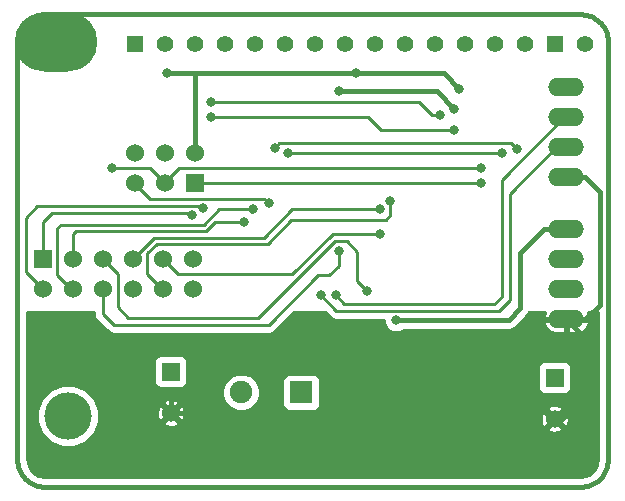
<source format=gtl>
G04 (created by PCBNEW-RS274X (2012-apr-16-27)-stable) date Sun 20 Jan 2013 09:00:02 PM CET*
G01*
G70*
G90*
%MOIN*%
G04 Gerber Fmt 3.4, Leading zero omitted, Abs format*
%FSLAX34Y34*%
G04 APERTURE LIST*
%ADD10C,0.006000*%
%ADD11C,0.015000*%
%ADD12R,0.055000X0.055000*%
%ADD13C,0.055000*%
%ADD14R,0.060000X0.060000*%
%ADD15C,0.060000*%
%ADD16R,0.075000X0.075000*%
%ADD17C,0.075000*%
%ADD18O,0.120000X0.060000*%
%ADD19O,0.275600X0.196900*%
%ADD20C,0.157500*%
%ADD21C,0.031500*%
%ADD22C,0.015700*%
%ADD23C,0.009800*%
%ADD24C,0.010000*%
G04 APERTURE END LIST*
G54D10*
G54D11*
X39370Y-40276D02*
X39370Y-54213D01*
X58110Y-39370D02*
X40276Y-39370D01*
X59055Y-54134D02*
X59055Y-40236D01*
X40276Y-55118D02*
X58228Y-55118D01*
X58229Y-55117D02*
X58307Y-55107D01*
X58385Y-55090D01*
X58460Y-55066D01*
X58533Y-55035D01*
X58604Y-54999D01*
X58670Y-54956D01*
X58733Y-54908D01*
X58792Y-54855D01*
X58845Y-54796D01*
X58893Y-54733D01*
X58936Y-54666D01*
X58972Y-54596D01*
X59003Y-54523D01*
X59027Y-54448D01*
X59044Y-54370D01*
X59054Y-54292D01*
X59058Y-54213D01*
X59054Y-54134D01*
X39371Y-54213D02*
X39375Y-54291D01*
X39385Y-54370D01*
X39402Y-54447D01*
X39426Y-54522D01*
X39456Y-54595D01*
X39493Y-54665D01*
X39535Y-54732D01*
X39583Y-54794D01*
X39637Y-54852D01*
X39695Y-54906D01*
X39757Y-54954D01*
X39824Y-54996D01*
X39894Y-55033D01*
X39967Y-55063D01*
X40042Y-55087D01*
X40119Y-55104D01*
X40198Y-55114D01*
X40276Y-55118D01*
X59055Y-40237D02*
X59048Y-40158D01*
X59034Y-40080D01*
X59014Y-40004D01*
X58987Y-39930D01*
X58953Y-39858D01*
X58914Y-39790D01*
X58868Y-39725D01*
X58817Y-39664D01*
X58762Y-39609D01*
X58701Y-39558D01*
X58636Y-39512D01*
X58568Y-39473D01*
X58496Y-39439D01*
X58422Y-39412D01*
X58346Y-39392D01*
X58268Y-39378D01*
X58189Y-39371D01*
X58111Y-39371D01*
X40276Y-39370D02*
X40198Y-39374D01*
X40119Y-39384D01*
X40042Y-39401D01*
X39967Y-39425D01*
X39894Y-39455D01*
X39824Y-39492D01*
X39757Y-39534D01*
X39694Y-39582D01*
X39636Y-39636D01*
X39582Y-39694D01*
X39534Y-39757D01*
X39492Y-39824D01*
X39455Y-39894D01*
X39425Y-39967D01*
X39401Y-40042D01*
X39384Y-40119D01*
X39374Y-40198D01*
X39370Y-40276D01*
G54D12*
X57307Y-40354D03*
G54D13*
X58307Y-40354D03*
G54D12*
X43303Y-40354D03*
G54D13*
X44303Y-40354D03*
X45303Y-40354D03*
X46303Y-40354D03*
X47303Y-40354D03*
X48303Y-40354D03*
X49303Y-40354D03*
X50303Y-40354D03*
X51303Y-40354D03*
X52303Y-40354D03*
X53303Y-40354D03*
X54303Y-40354D03*
X55303Y-40354D03*
X56303Y-40354D03*
G54D14*
X40217Y-47531D03*
G54D15*
X40217Y-48531D03*
X41217Y-47531D03*
X41217Y-48531D03*
X42217Y-47531D03*
X42217Y-48531D03*
X43217Y-47531D03*
X43217Y-48531D03*
X44217Y-47531D03*
X44217Y-48531D03*
X45217Y-47531D03*
X45217Y-48531D03*
G54D16*
X48835Y-51969D03*
G54D17*
X46835Y-51969D03*
G54D14*
X57283Y-51476D03*
G54D15*
X57283Y-52854D03*
G54D14*
X44488Y-51280D03*
G54D15*
X44488Y-52658D03*
G54D14*
X45291Y-44988D03*
G54D15*
X45291Y-43988D03*
X44291Y-44988D03*
X44291Y-43988D03*
X43291Y-44988D03*
X43291Y-43988D03*
G54D18*
X57677Y-41807D03*
X57677Y-42807D03*
X57677Y-43807D03*
X57677Y-44807D03*
X57677Y-46531D03*
X57677Y-47531D03*
X57677Y-48531D03*
X57677Y-49531D03*
G54D19*
X40669Y-40276D03*
G54D20*
X41063Y-52756D03*
G54D21*
X50669Y-41339D03*
X52008Y-49567D03*
X44370Y-41339D03*
X54094Y-41850D03*
X50000Y-48740D03*
X51063Y-52756D03*
X45157Y-50236D03*
X51063Y-54134D03*
X53937Y-42520D03*
X55472Y-52323D03*
X54331Y-52362D03*
X54370Y-50827D03*
X50079Y-41929D03*
X50039Y-49724D03*
X54843Y-45000D03*
X45827Y-42795D03*
X53937Y-43228D03*
X42520Y-44488D03*
X54843Y-44488D03*
X55512Y-43976D03*
X48386Y-43976D03*
X49488Y-48740D03*
X51024Y-48583D03*
X50079Y-47244D03*
X51457Y-45866D03*
X53465Y-42717D03*
X45827Y-42283D03*
X51457Y-46693D03*
X45197Y-46063D03*
X45551Y-45827D03*
X46929Y-46299D03*
X47244Y-45866D03*
X51811Y-45591D03*
X47953Y-43819D03*
X56024Y-43858D03*
X47756Y-45669D03*
G54D22*
X54094Y-41850D02*
X53583Y-41339D01*
X44370Y-41339D02*
X45276Y-41339D01*
X55748Y-49567D02*
X52008Y-49567D01*
X56142Y-49173D02*
X55748Y-49567D01*
X56934Y-46531D02*
X56142Y-47323D01*
X56142Y-47323D02*
X56142Y-49173D01*
X45276Y-41339D02*
X50669Y-41339D01*
X57677Y-46531D02*
X56934Y-46531D01*
X45291Y-43988D02*
X45291Y-41339D01*
X45291Y-41339D02*
X45276Y-41339D01*
X53583Y-41339D02*
X50669Y-41339D01*
G54D23*
X50276Y-49016D02*
X50000Y-48740D01*
X57677Y-42807D02*
X57587Y-42807D01*
X55512Y-44882D02*
X55512Y-48780D01*
X57587Y-42807D02*
X55512Y-44882D01*
X55276Y-49016D02*
X50276Y-49016D01*
X55512Y-48780D02*
X55276Y-49016D01*
G54D22*
X51614Y-52362D02*
X51063Y-52756D01*
X54331Y-52362D02*
X54370Y-52323D01*
X51063Y-54134D02*
X51220Y-53977D01*
X57185Y-52854D02*
X56654Y-52323D01*
X58780Y-45276D02*
X58311Y-44807D01*
X44763Y-51969D02*
X44488Y-52244D01*
X53346Y-41929D02*
X50079Y-41929D01*
X45630Y-52756D02*
X51063Y-52756D01*
X45039Y-51969D02*
X44763Y-51969D01*
X44488Y-52244D02*
X44488Y-52658D01*
X53937Y-42520D02*
X53346Y-41929D01*
X58071Y-52323D02*
X58071Y-49925D01*
X58780Y-49055D02*
X58780Y-45276D01*
X56654Y-52323D02*
X55472Y-52323D01*
X51220Y-53977D02*
X51063Y-52756D01*
X58304Y-49531D02*
X58780Y-49055D01*
X54370Y-52323D02*
X54370Y-50827D01*
X45532Y-52658D02*
X45630Y-52756D01*
X57677Y-49531D02*
X58304Y-49531D01*
X58311Y-44807D02*
X57677Y-44807D01*
X44488Y-52658D02*
X45532Y-52658D01*
X57283Y-52854D02*
X57185Y-52854D01*
X45039Y-51969D02*
X45039Y-51929D01*
X45039Y-51929D02*
X45039Y-51969D01*
X57540Y-52854D02*
X58071Y-52323D01*
X45117Y-51969D02*
X45039Y-51969D01*
X46810Y-50276D02*
X45117Y-51969D01*
X49487Y-50276D02*
X46810Y-50276D01*
X50039Y-49724D02*
X49487Y-50276D01*
X45157Y-50236D02*
X45039Y-50354D01*
X57283Y-52854D02*
X57540Y-52854D01*
X54331Y-52362D02*
X51614Y-52362D01*
X58071Y-49925D02*
X57677Y-49531D01*
G54D23*
X45291Y-44988D02*
X54831Y-44988D01*
X54831Y-44988D02*
X54843Y-45000D01*
X53937Y-43228D02*
X51496Y-43228D01*
X51063Y-42795D02*
X46890Y-42795D01*
X46890Y-42795D02*
X45827Y-42795D01*
X51496Y-43228D02*
X51063Y-42795D01*
X44291Y-44988D02*
X44279Y-44988D01*
X44279Y-44988D02*
X43779Y-44488D01*
X44291Y-44961D02*
X44764Y-44488D01*
X44764Y-44488D02*
X54843Y-44488D01*
X43779Y-44488D02*
X42520Y-44488D01*
X44291Y-44988D02*
X44291Y-44961D01*
X48386Y-43976D02*
X49646Y-43976D01*
X49646Y-43976D02*
X55512Y-43976D01*
X50000Y-49252D02*
X49488Y-48740D01*
X57334Y-43807D02*
X55787Y-45354D01*
X55787Y-45354D02*
X55787Y-48898D01*
X55433Y-49252D02*
X50000Y-49252D01*
X55787Y-48898D02*
X55433Y-49252D01*
X57677Y-43807D02*
X57334Y-43807D01*
X49961Y-46929D02*
X49252Y-47638D01*
X51024Y-48583D02*
X50709Y-48268D01*
X50709Y-48268D02*
X50709Y-47284D01*
X50709Y-47284D02*
X50354Y-46929D01*
X50354Y-46929D02*
X49961Y-46929D01*
X48976Y-47914D02*
X47402Y-49488D01*
X42717Y-49134D02*
X42717Y-48031D01*
X43071Y-49488D02*
X42717Y-49134D01*
X42717Y-48031D02*
X42217Y-47531D01*
X47402Y-49488D02*
X43071Y-49488D01*
X49252Y-47638D02*
X48976Y-47914D01*
X49764Y-48071D02*
X50079Y-47756D01*
X49409Y-48071D02*
X49764Y-48071D01*
X42217Y-49343D02*
X42598Y-49724D01*
X47756Y-49724D02*
X49409Y-48071D01*
X42598Y-49724D02*
X47756Y-49724D01*
X42217Y-48531D02*
X42217Y-49343D01*
X50079Y-47756D02*
X50079Y-47244D01*
X51457Y-45866D02*
X48543Y-45866D01*
X48543Y-45866D02*
X47598Y-46811D01*
X47598Y-46811D02*
X43937Y-46811D01*
X43937Y-46811D02*
X43217Y-47531D01*
X52756Y-42283D02*
X53190Y-42717D01*
X53190Y-42717D02*
X53465Y-42717D01*
X45827Y-42283D02*
X52756Y-42283D01*
X44217Y-47531D02*
X44224Y-47531D01*
X49881Y-46693D02*
X51457Y-46693D01*
X48543Y-48031D02*
X49881Y-46693D01*
X44724Y-48031D02*
X48543Y-48031D01*
X44224Y-47531D02*
X44724Y-48031D01*
X45158Y-46024D02*
X45197Y-46063D01*
X45079Y-46024D02*
X45158Y-46024D01*
X40512Y-45984D02*
X42086Y-45984D01*
X42559Y-45984D02*
X45039Y-45984D01*
X42086Y-45984D02*
X42559Y-45984D01*
X45039Y-45984D02*
X45079Y-46024D01*
X40217Y-46280D02*
X40512Y-45984D01*
X40217Y-47531D02*
X40217Y-46280D01*
X45551Y-45827D02*
X45472Y-45748D01*
X45472Y-45748D02*
X42638Y-45748D01*
X42638Y-45748D02*
X42166Y-45748D01*
X42166Y-45748D02*
X40039Y-45748D01*
X40039Y-45748D02*
X39646Y-46141D01*
X39646Y-46141D02*
X39646Y-47960D01*
X39646Y-47960D02*
X40217Y-48531D01*
X44568Y-46575D02*
X41339Y-46575D01*
X41339Y-46575D02*
X41217Y-46696D01*
X45945Y-46299D02*
X45669Y-46575D01*
X45669Y-46575D02*
X44961Y-46575D01*
X44961Y-46575D02*
X44568Y-46575D01*
X41217Y-47531D02*
X41217Y-46696D01*
X46929Y-46299D02*
X45945Y-46299D01*
X41217Y-48531D02*
X41169Y-48531D01*
X46102Y-45866D02*
X47244Y-45866D01*
X45590Y-46378D02*
X46102Y-45866D01*
X47244Y-45866D02*
X47165Y-45945D01*
X44645Y-46378D02*
X45039Y-46378D01*
X45039Y-46378D02*
X45590Y-46378D01*
X40709Y-48071D02*
X40709Y-46496D01*
X41169Y-48531D02*
X40709Y-48071D01*
X40709Y-46496D02*
X40827Y-46378D01*
X40827Y-46378D02*
X44645Y-46378D01*
X43701Y-47323D02*
X44016Y-47008D01*
X44016Y-47008D02*
X47717Y-47008D01*
X48505Y-46220D02*
X51654Y-46220D01*
X43701Y-48031D02*
X43701Y-47323D01*
X47717Y-47008D02*
X48505Y-46220D01*
X44201Y-48531D02*
X43701Y-48031D01*
X51811Y-46063D02*
X51811Y-45591D01*
X44217Y-48531D02*
X44201Y-48531D01*
X51654Y-46220D02*
X51811Y-46063D01*
X48111Y-43661D02*
X47953Y-43819D01*
X55827Y-43661D02*
X48111Y-43661D01*
X56024Y-43858D02*
X55827Y-43661D01*
X43291Y-44988D02*
X43291Y-45023D01*
X47599Y-45512D02*
X47756Y-45669D01*
X43780Y-45512D02*
X47599Y-45512D01*
X43291Y-45023D02*
X43780Y-45512D01*
G54D10*
G36*
X58730Y-54116D02*
X58700Y-54386D01*
X58592Y-54583D01*
X58428Y-54714D01*
X58428Y-49653D01*
X58400Y-49581D01*
X57727Y-49581D01*
X57727Y-49999D01*
X58077Y-49999D01*
X58248Y-49925D01*
X58378Y-49791D01*
X58428Y-49653D01*
X58428Y-54714D01*
X58415Y-54725D01*
X58182Y-54793D01*
X57832Y-54793D01*
X57832Y-51826D01*
X57832Y-51727D01*
X57832Y-51127D01*
X57794Y-51035D01*
X57724Y-50965D01*
X57633Y-50927D01*
X57627Y-50927D01*
X57627Y-49999D01*
X57627Y-49581D01*
X56954Y-49581D01*
X56926Y-49653D01*
X56976Y-49791D01*
X57106Y-49925D01*
X57277Y-49999D01*
X57627Y-49999D01*
X57627Y-50927D01*
X57534Y-50927D01*
X56934Y-50927D01*
X56842Y-50965D01*
X56772Y-51035D01*
X56734Y-51126D01*
X56734Y-51225D01*
X56734Y-51825D01*
X56772Y-51917D01*
X56842Y-51987D01*
X56933Y-52025D01*
X57032Y-52025D01*
X57632Y-52025D01*
X57724Y-51987D01*
X57794Y-51917D01*
X57832Y-51826D01*
X57832Y-54793D01*
X57746Y-54793D01*
X57746Y-52914D01*
X57734Y-52732D01*
X57688Y-52621D01*
X57617Y-52590D01*
X57547Y-52660D01*
X57547Y-52520D01*
X57516Y-52449D01*
X57343Y-52391D01*
X57161Y-52403D01*
X57050Y-52449D01*
X57019Y-52520D01*
X57283Y-52783D01*
X57547Y-52520D01*
X57547Y-52660D01*
X57354Y-52854D01*
X57617Y-53118D01*
X57688Y-53087D01*
X57746Y-52914D01*
X57746Y-54793D01*
X57547Y-54793D01*
X57547Y-53188D01*
X57283Y-52925D01*
X57212Y-52995D01*
X57212Y-52854D01*
X56949Y-52590D01*
X56878Y-52621D01*
X56820Y-52794D01*
X56832Y-52976D01*
X56878Y-53087D01*
X56949Y-53118D01*
X57212Y-52854D01*
X57212Y-52995D01*
X57019Y-53188D01*
X57050Y-53259D01*
X57223Y-53317D01*
X57405Y-53305D01*
X57516Y-53259D01*
X57547Y-53188D01*
X57547Y-54793D01*
X49459Y-54793D01*
X49459Y-52394D01*
X49459Y-52295D01*
X49459Y-51545D01*
X49421Y-51453D01*
X49351Y-51383D01*
X49260Y-51345D01*
X49161Y-51345D01*
X48411Y-51345D01*
X48319Y-51383D01*
X48249Y-51453D01*
X48211Y-51544D01*
X48211Y-51643D01*
X48211Y-52393D01*
X48249Y-52485D01*
X48319Y-52555D01*
X48410Y-52593D01*
X48509Y-52593D01*
X49259Y-52593D01*
X49351Y-52555D01*
X49421Y-52485D01*
X49459Y-52394D01*
X49459Y-54793D01*
X47460Y-54793D01*
X47460Y-52094D01*
X47460Y-51845D01*
X47365Y-51615D01*
X47189Y-51439D01*
X46960Y-51344D01*
X46711Y-51344D01*
X46481Y-51439D01*
X46305Y-51615D01*
X46210Y-51844D01*
X46210Y-52093D01*
X46305Y-52323D01*
X46481Y-52499D01*
X46710Y-52594D01*
X46959Y-52594D01*
X47189Y-52499D01*
X47365Y-52323D01*
X47460Y-52094D01*
X47460Y-54793D01*
X45037Y-54793D01*
X45037Y-51630D01*
X45037Y-51531D01*
X45037Y-50931D01*
X44999Y-50839D01*
X44929Y-50769D01*
X44838Y-50731D01*
X44739Y-50731D01*
X44139Y-50731D01*
X44047Y-50769D01*
X43977Y-50839D01*
X43939Y-50930D01*
X43939Y-51029D01*
X43939Y-51629D01*
X43977Y-51721D01*
X44047Y-51791D01*
X44138Y-51829D01*
X44237Y-51829D01*
X44837Y-51829D01*
X44929Y-51791D01*
X44999Y-51721D01*
X45037Y-51630D01*
X45037Y-54793D01*
X44951Y-54793D01*
X44951Y-52718D01*
X44939Y-52536D01*
X44893Y-52425D01*
X44822Y-52394D01*
X44752Y-52464D01*
X44752Y-52324D01*
X44721Y-52253D01*
X44548Y-52195D01*
X44366Y-52207D01*
X44255Y-52253D01*
X44224Y-52324D01*
X44488Y-52587D01*
X44752Y-52324D01*
X44752Y-52464D01*
X44559Y-52658D01*
X44822Y-52922D01*
X44893Y-52891D01*
X44951Y-52718D01*
X44951Y-54793D01*
X44752Y-54793D01*
X44752Y-52992D01*
X44488Y-52729D01*
X44417Y-52799D01*
X44417Y-52658D01*
X44154Y-52394D01*
X44083Y-52425D01*
X44025Y-52598D01*
X44037Y-52780D01*
X44083Y-52891D01*
X44154Y-52922D01*
X44417Y-52658D01*
X44417Y-52799D01*
X44224Y-52992D01*
X44255Y-53063D01*
X44428Y-53121D01*
X44610Y-53109D01*
X44721Y-53063D01*
X44752Y-52992D01*
X44752Y-54793D01*
X42100Y-54793D01*
X42100Y-52963D01*
X42100Y-52551D01*
X41943Y-52170D01*
X41651Y-51878D01*
X41270Y-51719D01*
X40858Y-51719D01*
X40477Y-51876D01*
X40185Y-52168D01*
X40026Y-52549D01*
X40026Y-52961D01*
X40183Y-53342D01*
X40475Y-53634D01*
X40856Y-53793D01*
X41268Y-53793D01*
X41649Y-53636D01*
X41941Y-53344D01*
X42100Y-52963D01*
X42100Y-54793D01*
X40309Y-54793D01*
X40056Y-54742D01*
X39870Y-54619D01*
X39747Y-54434D01*
X39695Y-54174D01*
X39695Y-49302D01*
X41918Y-49302D01*
X41918Y-49343D01*
X41937Y-49438D01*
X41941Y-49458D01*
X42006Y-49554D01*
X42386Y-49935D01*
X42387Y-49935D01*
X42451Y-49977D01*
X42483Y-49999D01*
X42484Y-50000D01*
X42597Y-50022D01*
X42598Y-50023D01*
X47756Y-50023D01*
X47756Y-50022D01*
X47851Y-50003D01*
X47870Y-50000D01*
X47871Y-50000D01*
X47967Y-49935D01*
X48600Y-49302D01*
X49628Y-49302D01*
X49789Y-49463D01*
X49885Y-49528D01*
X49886Y-49528D01*
X49904Y-49531D01*
X50000Y-49551D01*
X51602Y-49551D01*
X51602Y-49647D01*
X51664Y-49796D01*
X51777Y-49911D01*
X51927Y-49973D01*
X52088Y-49973D01*
X52237Y-49911D01*
X52253Y-49895D01*
X55748Y-49895D01*
X55873Y-49870D01*
X55874Y-49870D01*
X55980Y-49799D01*
X56374Y-49405D01*
X56442Y-49302D01*
X56964Y-49302D01*
X56926Y-49409D01*
X56954Y-49481D01*
X57577Y-49481D01*
X57627Y-49481D01*
X57727Y-49481D01*
X57777Y-49481D01*
X58400Y-49481D01*
X58428Y-49409D01*
X58389Y-49302D01*
X58730Y-49302D01*
X58730Y-54116D01*
X58730Y-54116D01*
G37*
G54D24*
X58730Y-54116D02*
X58700Y-54386D01*
X58592Y-54583D01*
X58428Y-54714D01*
X58428Y-49653D01*
X58400Y-49581D01*
X57727Y-49581D01*
X57727Y-49999D01*
X58077Y-49999D01*
X58248Y-49925D01*
X58378Y-49791D01*
X58428Y-49653D01*
X58428Y-54714D01*
X58415Y-54725D01*
X58182Y-54793D01*
X57832Y-54793D01*
X57832Y-51826D01*
X57832Y-51727D01*
X57832Y-51127D01*
X57794Y-51035D01*
X57724Y-50965D01*
X57633Y-50927D01*
X57627Y-50927D01*
X57627Y-49999D01*
X57627Y-49581D01*
X56954Y-49581D01*
X56926Y-49653D01*
X56976Y-49791D01*
X57106Y-49925D01*
X57277Y-49999D01*
X57627Y-49999D01*
X57627Y-50927D01*
X57534Y-50927D01*
X56934Y-50927D01*
X56842Y-50965D01*
X56772Y-51035D01*
X56734Y-51126D01*
X56734Y-51225D01*
X56734Y-51825D01*
X56772Y-51917D01*
X56842Y-51987D01*
X56933Y-52025D01*
X57032Y-52025D01*
X57632Y-52025D01*
X57724Y-51987D01*
X57794Y-51917D01*
X57832Y-51826D01*
X57832Y-54793D01*
X57746Y-54793D01*
X57746Y-52914D01*
X57734Y-52732D01*
X57688Y-52621D01*
X57617Y-52590D01*
X57547Y-52660D01*
X57547Y-52520D01*
X57516Y-52449D01*
X57343Y-52391D01*
X57161Y-52403D01*
X57050Y-52449D01*
X57019Y-52520D01*
X57283Y-52783D01*
X57547Y-52520D01*
X57547Y-52660D01*
X57354Y-52854D01*
X57617Y-53118D01*
X57688Y-53087D01*
X57746Y-52914D01*
X57746Y-54793D01*
X57547Y-54793D01*
X57547Y-53188D01*
X57283Y-52925D01*
X57212Y-52995D01*
X57212Y-52854D01*
X56949Y-52590D01*
X56878Y-52621D01*
X56820Y-52794D01*
X56832Y-52976D01*
X56878Y-53087D01*
X56949Y-53118D01*
X57212Y-52854D01*
X57212Y-52995D01*
X57019Y-53188D01*
X57050Y-53259D01*
X57223Y-53317D01*
X57405Y-53305D01*
X57516Y-53259D01*
X57547Y-53188D01*
X57547Y-54793D01*
X49459Y-54793D01*
X49459Y-52394D01*
X49459Y-52295D01*
X49459Y-51545D01*
X49421Y-51453D01*
X49351Y-51383D01*
X49260Y-51345D01*
X49161Y-51345D01*
X48411Y-51345D01*
X48319Y-51383D01*
X48249Y-51453D01*
X48211Y-51544D01*
X48211Y-51643D01*
X48211Y-52393D01*
X48249Y-52485D01*
X48319Y-52555D01*
X48410Y-52593D01*
X48509Y-52593D01*
X49259Y-52593D01*
X49351Y-52555D01*
X49421Y-52485D01*
X49459Y-52394D01*
X49459Y-54793D01*
X47460Y-54793D01*
X47460Y-52094D01*
X47460Y-51845D01*
X47365Y-51615D01*
X47189Y-51439D01*
X46960Y-51344D01*
X46711Y-51344D01*
X46481Y-51439D01*
X46305Y-51615D01*
X46210Y-51844D01*
X46210Y-52093D01*
X46305Y-52323D01*
X46481Y-52499D01*
X46710Y-52594D01*
X46959Y-52594D01*
X47189Y-52499D01*
X47365Y-52323D01*
X47460Y-52094D01*
X47460Y-54793D01*
X45037Y-54793D01*
X45037Y-51630D01*
X45037Y-51531D01*
X45037Y-50931D01*
X44999Y-50839D01*
X44929Y-50769D01*
X44838Y-50731D01*
X44739Y-50731D01*
X44139Y-50731D01*
X44047Y-50769D01*
X43977Y-50839D01*
X43939Y-50930D01*
X43939Y-51029D01*
X43939Y-51629D01*
X43977Y-51721D01*
X44047Y-51791D01*
X44138Y-51829D01*
X44237Y-51829D01*
X44837Y-51829D01*
X44929Y-51791D01*
X44999Y-51721D01*
X45037Y-51630D01*
X45037Y-54793D01*
X44951Y-54793D01*
X44951Y-52718D01*
X44939Y-52536D01*
X44893Y-52425D01*
X44822Y-52394D01*
X44752Y-52464D01*
X44752Y-52324D01*
X44721Y-52253D01*
X44548Y-52195D01*
X44366Y-52207D01*
X44255Y-52253D01*
X44224Y-52324D01*
X44488Y-52587D01*
X44752Y-52324D01*
X44752Y-52464D01*
X44559Y-52658D01*
X44822Y-52922D01*
X44893Y-52891D01*
X44951Y-52718D01*
X44951Y-54793D01*
X44752Y-54793D01*
X44752Y-52992D01*
X44488Y-52729D01*
X44417Y-52799D01*
X44417Y-52658D01*
X44154Y-52394D01*
X44083Y-52425D01*
X44025Y-52598D01*
X44037Y-52780D01*
X44083Y-52891D01*
X44154Y-52922D01*
X44417Y-52658D01*
X44417Y-52799D01*
X44224Y-52992D01*
X44255Y-53063D01*
X44428Y-53121D01*
X44610Y-53109D01*
X44721Y-53063D01*
X44752Y-52992D01*
X44752Y-54793D01*
X42100Y-54793D01*
X42100Y-52963D01*
X42100Y-52551D01*
X41943Y-52170D01*
X41651Y-51878D01*
X41270Y-51719D01*
X40858Y-51719D01*
X40477Y-51876D01*
X40185Y-52168D01*
X40026Y-52549D01*
X40026Y-52961D01*
X40183Y-53342D01*
X40475Y-53634D01*
X40856Y-53793D01*
X41268Y-53793D01*
X41649Y-53636D01*
X41941Y-53344D01*
X42100Y-52963D01*
X42100Y-54793D01*
X40309Y-54793D01*
X40056Y-54742D01*
X39870Y-54619D01*
X39747Y-54434D01*
X39695Y-54174D01*
X39695Y-49302D01*
X41918Y-49302D01*
X41918Y-49343D01*
X41937Y-49438D01*
X41941Y-49458D01*
X42006Y-49554D01*
X42386Y-49935D01*
X42387Y-49935D01*
X42451Y-49977D01*
X42483Y-49999D01*
X42484Y-50000D01*
X42597Y-50022D01*
X42598Y-50023D01*
X47756Y-50023D01*
X47756Y-50022D01*
X47851Y-50003D01*
X47870Y-50000D01*
X47871Y-50000D01*
X47967Y-49935D01*
X48600Y-49302D01*
X49628Y-49302D01*
X49789Y-49463D01*
X49885Y-49528D01*
X49886Y-49528D01*
X49904Y-49531D01*
X50000Y-49551D01*
X51602Y-49551D01*
X51602Y-49647D01*
X51664Y-49796D01*
X51777Y-49911D01*
X51927Y-49973D01*
X52088Y-49973D01*
X52237Y-49911D01*
X52253Y-49895D01*
X55748Y-49895D01*
X55873Y-49870D01*
X55874Y-49870D01*
X55980Y-49799D01*
X56374Y-49405D01*
X56442Y-49302D01*
X56964Y-49302D01*
X56926Y-49409D01*
X56954Y-49481D01*
X57577Y-49481D01*
X57627Y-49481D01*
X57727Y-49481D01*
X57777Y-49481D01*
X58400Y-49481D01*
X58428Y-49409D01*
X58389Y-49302D01*
X58730Y-49302D01*
X58730Y-54116D01*
M02*

</source>
